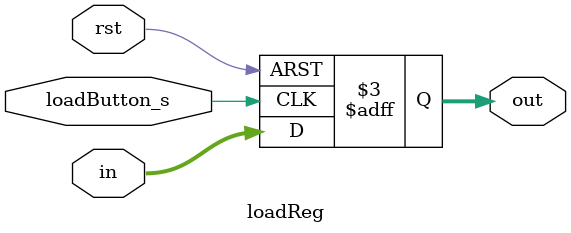
<source format=v>
module loadReg(rst, loadButton_s, in, out);
	input rst, loadButton_s;
	input[3:0] in;
	output reg[3:0] out;

	always @ (posedge loadButton_s, negedge rst)	begin
		if(~rst)	begin
			out = 4'd0;
		end
		else	begin
			out = in;
		end
	end
endmodule

</source>
